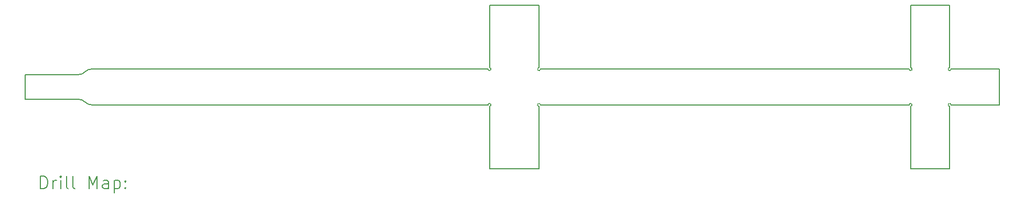
<source format=gbr>
%TF.GenerationSoftware,KiCad,Pcbnew,7.0.7*%
%TF.CreationDate,2024-05-14T22:47:57+02:00*%
%TF.ProjectId,Pinky_V1,50696e6b-795f-4563-912e-6b696361645f,rev?*%
%TF.SameCoordinates,Original*%
%TF.FileFunction,Drillmap*%
%TF.FilePolarity,Positive*%
%FSLAX45Y45*%
G04 Gerber Fmt 4.5, Leading zero omitted, Abs format (unit mm)*
G04 Created by KiCad (PCBNEW 7.0.7) date 2024-05-14 22:47:57*
%MOMM*%
%LPD*%
G01*
G04 APERTURE LIST*
%ADD10C,0.200000*%
G04 APERTURE END LIST*
D10*
X20488000Y-12114400D02*
X14538000Y-12114400D01*
X13713000Y-10499400D02*
X14513000Y-10499400D01*
X20488000Y-11534400D02*
G75*
G03*
X20513000Y-11509400I25000J0D01*
G01*
X14513000Y-10499400D02*
X14513000Y-11509400D01*
X13713000Y-13149400D02*
X13713000Y-12139400D01*
X21143000Y-10499400D02*
X21143000Y-11509400D01*
X14513000Y-11509400D02*
G75*
G03*
X14538000Y-11534400I0J-25000D01*
G01*
X14538000Y-11534400D02*
X20488000Y-11534400D01*
X13688000Y-11534400D02*
G75*
G03*
X13713000Y-11509400I25000J0D01*
G01*
X21943000Y-11534400D02*
X21943000Y-12114400D01*
X14513000Y-12139400D02*
X14513000Y-13149400D01*
X20513000Y-11509400D02*
X20513000Y-10499400D01*
X14513000Y-13149400D02*
X13713000Y-13149400D01*
X21143000Y-11509400D02*
G75*
G03*
X21168000Y-11534400I0J-25000D01*
G01*
X6213000Y-11624400D02*
X7075522Y-11624400D01*
X21168000Y-12114400D02*
G75*
G03*
X21143000Y-12139400I-25000J0D01*
G01*
X14538000Y-12114400D02*
G75*
G03*
X14513000Y-12139400I-25000J0D01*
G01*
X20513000Y-10499400D02*
X21143000Y-10499400D01*
X21143000Y-13149400D02*
X20513000Y-13149400D01*
X21943000Y-12114400D02*
X21168000Y-12114400D01*
X7289765Y-11534404D02*
G75*
G03*
X7182644Y-11579400I-5J-149996D01*
G01*
X7289765Y-11534400D02*
X13688000Y-11534400D01*
X6213000Y-12024400D02*
X6213000Y-11624400D01*
X7182641Y-12069403D02*
G75*
G03*
X7289765Y-12114400I107119J105003D01*
G01*
X7075522Y-12024400D02*
X6213000Y-12024400D01*
X21168000Y-11534400D02*
X21943000Y-11534400D01*
X13713000Y-11509400D02*
X13713000Y-10499400D01*
X13688000Y-12114400D02*
X7289765Y-12114400D01*
X21143000Y-12139400D02*
X21143000Y-13149400D01*
X20513000Y-12139400D02*
G75*
G03*
X20488000Y-12114400I0J25000D01*
G01*
X20513000Y-13149400D02*
X20513000Y-12139400D01*
X7182645Y-12069399D02*
G75*
G03*
X7075522Y-12024400I-107125J-105011D01*
G01*
X7075522Y-11624402D02*
G75*
G03*
X7182644Y-11579400I-3J150002D01*
G01*
X13713000Y-12139400D02*
G75*
G03*
X13688000Y-12114400I0J25000D01*
G01*
X6463776Y-13470884D02*
X6463776Y-13270884D01*
X6463776Y-13270884D02*
X6511395Y-13270884D01*
X6511395Y-13270884D02*
X6539967Y-13280408D01*
X6539967Y-13280408D02*
X6559015Y-13299455D01*
X6559015Y-13299455D02*
X6568538Y-13318503D01*
X6568538Y-13318503D02*
X6578062Y-13356598D01*
X6578062Y-13356598D02*
X6578062Y-13385170D01*
X6578062Y-13385170D02*
X6568538Y-13423265D01*
X6568538Y-13423265D02*
X6559015Y-13442313D01*
X6559015Y-13442313D02*
X6539967Y-13461360D01*
X6539967Y-13461360D02*
X6511395Y-13470884D01*
X6511395Y-13470884D02*
X6463776Y-13470884D01*
X6663776Y-13470884D02*
X6663776Y-13337551D01*
X6663776Y-13375646D02*
X6673300Y-13356598D01*
X6673300Y-13356598D02*
X6682824Y-13347074D01*
X6682824Y-13347074D02*
X6701872Y-13337551D01*
X6701872Y-13337551D02*
X6720919Y-13337551D01*
X6787586Y-13470884D02*
X6787586Y-13337551D01*
X6787586Y-13270884D02*
X6778062Y-13280408D01*
X6778062Y-13280408D02*
X6787586Y-13289932D01*
X6787586Y-13289932D02*
X6797110Y-13280408D01*
X6797110Y-13280408D02*
X6787586Y-13270884D01*
X6787586Y-13270884D02*
X6787586Y-13289932D01*
X6911395Y-13470884D02*
X6892348Y-13461360D01*
X6892348Y-13461360D02*
X6882824Y-13442313D01*
X6882824Y-13442313D02*
X6882824Y-13270884D01*
X7016157Y-13470884D02*
X6997110Y-13461360D01*
X6997110Y-13461360D02*
X6987586Y-13442313D01*
X6987586Y-13442313D02*
X6987586Y-13270884D01*
X7244729Y-13470884D02*
X7244729Y-13270884D01*
X7244729Y-13270884D02*
X7311396Y-13413741D01*
X7311396Y-13413741D02*
X7378062Y-13270884D01*
X7378062Y-13270884D02*
X7378062Y-13470884D01*
X7559015Y-13470884D02*
X7559015Y-13366122D01*
X7559015Y-13366122D02*
X7549491Y-13347074D01*
X7549491Y-13347074D02*
X7530443Y-13337551D01*
X7530443Y-13337551D02*
X7492348Y-13337551D01*
X7492348Y-13337551D02*
X7473300Y-13347074D01*
X7559015Y-13461360D02*
X7539967Y-13470884D01*
X7539967Y-13470884D02*
X7492348Y-13470884D01*
X7492348Y-13470884D02*
X7473300Y-13461360D01*
X7473300Y-13461360D02*
X7463776Y-13442313D01*
X7463776Y-13442313D02*
X7463776Y-13423265D01*
X7463776Y-13423265D02*
X7473300Y-13404217D01*
X7473300Y-13404217D02*
X7492348Y-13394694D01*
X7492348Y-13394694D02*
X7539967Y-13394694D01*
X7539967Y-13394694D02*
X7559015Y-13385170D01*
X7654253Y-13337551D02*
X7654253Y-13537551D01*
X7654253Y-13347074D02*
X7673300Y-13337551D01*
X7673300Y-13337551D02*
X7711396Y-13337551D01*
X7711396Y-13337551D02*
X7730443Y-13347074D01*
X7730443Y-13347074D02*
X7739967Y-13356598D01*
X7739967Y-13356598D02*
X7749491Y-13375646D01*
X7749491Y-13375646D02*
X7749491Y-13432789D01*
X7749491Y-13432789D02*
X7739967Y-13451836D01*
X7739967Y-13451836D02*
X7730443Y-13461360D01*
X7730443Y-13461360D02*
X7711396Y-13470884D01*
X7711396Y-13470884D02*
X7673300Y-13470884D01*
X7673300Y-13470884D02*
X7654253Y-13461360D01*
X7835205Y-13451836D02*
X7844729Y-13461360D01*
X7844729Y-13461360D02*
X7835205Y-13470884D01*
X7835205Y-13470884D02*
X7825681Y-13461360D01*
X7825681Y-13461360D02*
X7835205Y-13451836D01*
X7835205Y-13451836D02*
X7835205Y-13470884D01*
X7835205Y-13347074D02*
X7844729Y-13356598D01*
X7844729Y-13356598D02*
X7835205Y-13366122D01*
X7835205Y-13366122D02*
X7825681Y-13356598D01*
X7825681Y-13356598D02*
X7835205Y-13347074D01*
X7835205Y-13347074D02*
X7835205Y-13366122D01*
M02*

</source>
